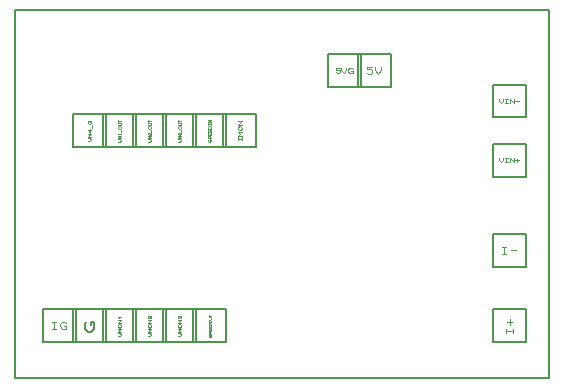
<source format=gbr>
G04 PROTEUS RS274X GERBER FILE*
%FSLAX45Y45*%
%MOMM*%
G01*
%ADD14C,0.203200*%
%ADD34C,0.045720*%
%ADD35C,0.034290*%
%ADD36C,0.137160*%
%ADD37C,0.054860*%
%ADD38C,0.091440*%
%ADD39C,0.068580*%
%ADD40C,0.030480*%
D14*
X-1016000Y+5019040D02*
X+3512000Y+5019040D01*
X+3512000Y+8128000D01*
X-1016000Y+8128000D01*
X-1016000Y+5019040D01*
X-264160Y+5323840D02*
X+10160Y+5323840D01*
X+10160Y+5598160D01*
X-264160Y+5598160D01*
X-264160Y+5323840D01*
D34*
X-140716Y+5369560D02*
X-127000Y+5369560D01*
X-113284Y+5383276D01*
X-127000Y+5396992D01*
X-140716Y+5396992D01*
X-113284Y+5406136D02*
X-140716Y+5406136D01*
X-127000Y+5419852D01*
X-140716Y+5433568D01*
X-113284Y+5433568D01*
X-131572Y+5442712D02*
X-140716Y+5451856D01*
X-140716Y+5461000D01*
X-131572Y+5470144D01*
X-122428Y+5470144D01*
X-113284Y+5461000D01*
X-113284Y+5451856D01*
X-122428Y+5442712D01*
X-131572Y+5442712D01*
X-113284Y+5479288D02*
X-140716Y+5479288D01*
X-113284Y+5506720D01*
X-140716Y+5506720D01*
X-131572Y+5525008D02*
X-140716Y+5534152D01*
X-113284Y+5534152D01*
D14*
X-10160Y+5323840D02*
X+264160Y+5323840D01*
X+264160Y+5598160D01*
X-10160Y+5598160D01*
X-10160Y+5323840D01*
D34*
X+113284Y+5369560D02*
X+127000Y+5369560D01*
X+140716Y+5383276D01*
X+127000Y+5396992D01*
X+113284Y+5396992D01*
X+140716Y+5406136D02*
X+113284Y+5406136D01*
X+127000Y+5419852D01*
X+113284Y+5433568D01*
X+140716Y+5433568D01*
X+122428Y+5442712D02*
X+113284Y+5451856D01*
X+113284Y+5461000D01*
X+122428Y+5470144D01*
X+131572Y+5470144D01*
X+140716Y+5461000D01*
X+140716Y+5451856D01*
X+131572Y+5442712D01*
X+122428Y+5442712D01*
X+140716Y+5479288D02*
X+113284Y+5479288D01*
X+140716Y+5506720D01*
X+113284Y+5506720D01*
X+117856Y+5520436D02*
X+113284Y+5525008D01*
X+113284Y+5538724D01*
X+117856Y+5543296D01*
X+122428Y+5543296D01*
X+127000Y+5538724D01*
X+127000Y+5525008D01*
X+131572Y+5520436D01*
X+140716Y+5520436D01*
X+140716Y+5543296D01*
D14*
X+243840Y+5323840D02*
X+518160Y+5323840D01*
X+518160Y+5598160D01*
X+243840Y+5598160D01*
X+243840Y+5323840D01*
D34*
X+367284Y+5369560D02*
X+381000Y+5369560D01*
X+394716Y+5383276D01*
X+381000Y+5396992D01*
X+367284Y+5396992D01*
X+394716Y+5406136D02*
X+367284Y+5406136D01*
X+381000Y+5419852D01*
X+367284Y+5433568D01*
X+394716Y+5433568D01*
X+376428Y+5442712D02*
X+367284Y+5451856D01*
X+367284Y+5461000D01*
X+376428Y+5470144D01*
X+385572Y+5470144D01*
X+394716Y+5461000D01*
X+394716Y+5451856D01*
X+385572Y+5442712D01*
X+376428Y+5442712D01*
X+394716Y+5479288D02*
X+367284Y+5479288D01*
X+394716Y+5506720D01*
X+367284Y+5506720D01*
X+371856Y+5520436D02*
X+367284Y+5525008D01*
X+367284Y+5538724D01*
X+371856Y+5543296D01*
X+376428Y+5543296D01*
X+381000Y+5538724D01*
X+385572Y+5543296D01*
X+390144Y+5543296D01*
X+394716Y+5538724D01*
X+394716Y+5525008D01*
X+390144Y+5520436D01*
X+381000Y+5529580D02*
X+381000Y+5538724D01*
D14*
X+497840Y+6974840D02*
X+772160Y+6974840D01*
X+772160Y+7249160D01*
X+497840Y+7249160D01*
X+497840Y+6974840D01*
D35*
X+641858Y+7015988D02*
X+645287Y+7019417D01*
X+645287Y+7033133D01*
X+641858Y+7036562D01*
X+638429Y+7036562D01*
X+635000Y+7033133D01*
X+635000Y+7019417D01*
X+631571Y+7015988D01*
X+628142Y+7015988D01*
X+624713Y+7019417D01*
X+624713Y+7033133D01*
X+628142Y+7036562D01*
X+645287Y+7043420D02*
X+624713Y+7043420D01*
X+624713Y+7060565D01*
X+628142Y+7063994D01*
X+631571Y+7063994D01*
X+635000Y+7060565D01*
X+635000Y+7043420D01*
X+645287Y+7091426D02*
X+645287Y+7070852D01*
X+624713Y+7070852D01*
X+624713Y+7091426D01*
X+635000Y+7070852D02*
X+635000Y+7084568D01*
X+645287Y+7118858D02*
X+645287Y+7098284D01*
X+624713Y+7098284D01*
X+624713Y+7118858D01*
X+635000Y+7098284D02*
X+635000Y+7112000D01*
X+645287Y+7125716D02*
X+624713Y+7125716D01*
X+624713Y+7139432D01*
X+631571Y+7146290D01*
X+638429Y+7146290D01*
X+645287Y+7139432D01*
X+645287Y+7125716D01*
X+624713Y+7156577D02*
X+624713Y+7170293D01*
X+624713Y+7163435D02*
X+645287Y+7163435D01*
X+645287Y+7156577D02*
X+645287Y+7170293D01*
X+645287Y+7180580D02*
X+624713Y+7180580D01*
X+645287Y+7201154D01*
X+624713Y+7201154D01*
D14*
X-518160Y+5323840D02*
X-243840Y+5323840D01*
X-243840Y+5598160D01*
X-518160Y+5598160D01*
X-518160Y+5323840D01*
D36*
X-367284Y+5461000D02*
X-367284Y+5488432D01*
X-339852Y+5488432D01*
X-339852Y+5433568D01*
X-367284Y+5406136D01*
X-394716Y+5406136D01*
X-422148Y+5433568D01*
X-422148Y+5474716D01*
X-408432Y+5488432D01*
D14*
X+3037840Y+6720840D02*
X+3312160Y+6720840D01*
X+3312160Y+6995160D01*
X+3037840Y+6995160D01*
X+3037840Y+6720840D01*
D37*
X+3087218Y+6874459D02*
X+3087218Y+6858000D01*
X+3103677Y+6841540D01*
X+3120136Y+6858000D01*
X+3120136Y+6874459D01*
X+3136595Y+6874459D02*
X+3158540Y+6874459D01*
X+3147568Y+6874459D02*
X+3147568Y+6841540D01*
X+3136595Y+6841540D02*
X+3158540Y+6841540D01*
X+3175000Y+6841540D02*
X+3175000Y+6874459D01*
X+3207918Y+6841540D01*
X+3207918Y+6874459D01*
X+3218891Y+6858000D02*
X+3251809Y+6858000D01*
X+3235350Y+6868972D02*
X+3235350Y+6847027D01*
D14*
X+3037840Y+7220840D02*
X+3312160Y+7220840D01*
X+3312160Y+7495160D01*
X+3037840Y+7495160D01*
X+3037840Y+7220840D01*
D37*
X+3087218Y+7374459D02*
X+3087218Y+7358000D01*
X+3103677Y+7341540D01*
X+3120136Y+7358000D01*
X+3120136Y+7374459D01*
X+3136595Y+7374459D02*
X+3158540Y+7374459D01*
X+3147568Y+7374459D02*
X+3147568Y+7341540D01*
X+3136595Y+7341540D02*
X+3158540Y+7341540D01*
X+3175000Y+7341540D02*
X+3175000Y+7374459D01*
X+3207918Y+7341540D01*
X+3207918Y+7374459D01*
X+3224377Y+7358000D02*
X+3251809Y+7358000D01*
D14*
X+3037840Y+5958840D02*
X+3312160Y+5958840D01*
X+3312160Y+6233160D01*
X+3037840Y+6233160D01*
X+3037840Y+5958840D01*
D38*
X+3110992Y+6123432D02*
X+3147568Y+6123432D01*
X+3129280Y+6123432D02*
X+3129280Y+6068568D01*
X+3110992Y+6068568D02*
X+3147568Y+6068568D01*
X+3184144Y+6096000D02*
X+3229864Y+6096000D01*
D14*
X+3037840Y+5323840D02*
X+3312160Y+5323840D01*
X+3312160Y+5598160D01*
X+3037840Y+5598160D01*
X+3037840Y+5323840D01*
D38*
X+3147568Y+5396992D02*
X+3147568Y+5433568D01*
X+3147568Y+5415280D02*
X+3202432Y+5415280D01*
X+3202432Y+5396992D02*
X+3202432Y+5433568D01*
X+3175000Y+5461000D02*
X+3175000Y+5515864D01*
X+3156712Y+5488432D02*
X+3193288Y+5488432D01*
D14*
X+1894840Y+7482840D02*
X+2169160Y+7482840D01*
X+2169160Y+7757160D01*
X+1894840Y+7757160D01*
X+1894840Y+7482840D01*
D38*
X+2013712Y+7647432D02*
X+1967992Y+7647432D01*
X+1967992Y+7629144D01*
X+2004568Y+7629144D01*
X+2013712Y+7620000D01*
X+2013712Y+7601712D01*
X+2004568Y+7592568D01*
X+1977136Y+7592568D01*
X+1967992Y+7601712D01*
X+2032000Y+7647432D02*
X+2032000Y+7620000D01*
X+2059432Y+7592568D01*
X+2086864Y+7620000D01*
X+2086864Y+7647432D01*
D14*
X+1640840Y+7482840D02*
X+1915160Y+7482840D01*
X+1915160Y+7757160D01*
X+1640840Y+7757160D01*
X+1640840Y+7482840D01*
D39*
X+1736852Y+7640574D02*
X+1702562Y+7640574D01*
X+1702562Y+7626858D01*
X+1729994Y+7626858D01*
X+1736852Y+7620000D01*
X+1736852Y+7606284D01*
X+1729994Y+7599426D01*
X+1709420Y+7599426D01*
X+1702562Y+7606284D01*
X+1750568Y+7640574D02*
X+1750568Y+7620000D01*
X+1771142Y+7599426D01*
X+1791716Y+7620000D01*
X+1791716Y+7640574D01*
X+1832864Y+7613142D02*
X+1846580Y+7613142D01*
X+1846580Y+7599426D01*
X+1819148Y+7599426D01*
X+1805432Y+7613142D01*
X+1805432Y+7626858D01*
X+1819148Y+7640574D01*
X+1839722Y+7640574D01*
X+1846580Y+7633716D01*
D14*
X-264160Y+6974840D02*
X+10160Y+6974840D01*
X+10160Y+7249160D01*
X-264160Y+7249160D01*
X-264160Y+6974840D01*
D35*
X-137287Y+7015988D02*
X-127000Y+7015988D01*
X-116713Y+7026275D01*
X-127000Y+7036562D01*
X-137287Y+7036562D01*
X-116713Y+7043420D02*
X-137287Y+7043420D01*
X-127000Y+7053707D01*
X-137287Y+7063994D01*
X-116713Y+7063994D01*
X-130429Y+7077710D02*
X-137287Y+7084568D01*
X-116713Y+7084568D01*
X-113284Y+7098284D02*
X-113284Y+7118858D01*
X-130429Y+7125716D02*
X-137287Y+7132574D01*
X-137287Y+7139432D01*
X-130429Y+7146290D01*
X-123571Y+7146290D01*
X-116713Y+7139432D01*
X-116713Y+7132574D01*
X-123571Y+7125716D01*
X-130429Y+7125716D01*
X-137287Y+7153148D02*
X-120142Y+7153148D01*
X-116713Y+7156577D01*
X-116713Y+7170293D01*
X-120142Y+7173722D01*
X-137287Y+7173722D01*
X-137287Y+7180580D02*
X-137287Y+7201154D01*
X-137287Y+7190867D02*
X-116713Y+7190867D01*
D14*
X-10160Y+6974840D02*
X+264160Y+6974840D01*
X+264160Y+7249160D01*
X-10160Y+7249160D01*
X-10160Y+6974840D01*
D35*
X+116713Y+7015988D02*
X+127000Y+7015988D01*
X+137287Y+7026275D01*
X+127000Y+7036562D01*
X+116713Y+7036562D01*
X+137287Y+7043420D02*
X+116713Y+7043420D01*
X+127000Y+7053707D01*
X+116713Y+7063994D01*
X+137287Y+7063994D01*
X+120142Y+7074281D02*
X+116713Y+7077710D01*
X+116713Y+7087997D01*
X+120142Y+7091426D01*
X+123571Y+7091426D01*
X+127000Y+7087997D01*
X+127000Y+7077710D01*
X+130429Y+7074281D01*
X+137287Y+7074281D01*
X+137287Y+7091426D01*
X+140716Y+7098284D02*
X+140716Y+7118858D01*
X+123571Y+7125716D02*
X+116713Y+7132574D01*
X+116713Y+7139432D01*
X+123571Y+7146290D01*
X+130429Y+7146290D01*
X+137287Y+7139432D01*
X+137287Y+7132574D01*
X+130429Y+7125716D01*
X+123571Y+7125716D01*
X+116713Y+7153148D02*
X+133858Y+7153148D01*
X+137287Y+7156577D01*
X+137287Y+7170293D01*
X+133858Y+7173722D01*
X+116713Y+7173722D01*
X+116713Y+7180580D02*
X+116713Y+7201154D01*
X+116713Y+7190867D02*
X+137287Y+7190867D01*
D14*
X+243840Y+6974840D02*
X+518160Y+6974840D01*
X+518160Y+7249160D01*
X+243840Y+7249160D01*
X+243840Y+6974840D01*
D35*
X+370713Y+7015988D02*
X+381000Y+7015988D01*
X+391287Y+7026275D01*
X+381000Y+7036562D01*
X+370713Y+7036562D01*
X+391287Y+7043420D02*
X+370713Y+7043420D01*
X+381000Y+7053707D01*
X+370713Y+7063994D01*
X+391287Y+7063994D01*
X+374142Y+7074281D02*
X+370713Y+7077710D01*
X+370713Y+7087997D01*
X+374142Y+7091426D01*
X+377571Y+7091426D01*
X+381000Y+7087997D01*
X+384429Y+7091426D01*
X+387858Y+7091426D01*
X+391287Y+7087997D01*
X+391287Y+7077710D01*
X+387858Y+7074281D01*
X+381000Y+7081139D02*
X+381000Y+7087997D01*
X+394716Y+7098284D02*
X+394716Y+7118858D01*
X+377571Y+7125716D02*
X+370713Y+7132574D01*
X+370713Y+7139432D01*
X+377571Y+7146290D01*
X+384429Y+7146290D01*
X+391287Y+7139432D01*
X+391287Y+7132574D01*
X+384429Y+7125716D01*
X+377571Y+7125716D01*
X+370713Y+7153148D02*
X+387858Y+7153148D01*
X+391287Y+7156577D01*
X+391287Y+7170293D01*
X+387858Y+7173722D01*
X+370713Y+7173722D01*
X+370713Y+7180580D02*
X+370713Y+7201154D01*
X+370713Y+7190867D02*
X+391287Y+7190867D01*
D14*
X-518160Y+6974840D02*
X-243840Y+6974840D01*
X-243840Y+7249160D01*
X-518160Y+7249160D01*
X-518160Y+6974840D01*
D34*
X-394716Y+7020560D02*
X-381000Y+7020560D01*
X-367284Y+7034276D01*
X-381000Y+7047992D01*
X-394716Y+7047992D01*
X-367284Y+7057136D02*
X-394716Y+7057136D01*
X-381000Y+7070852D01*
X-394716Y+7084568D01*
X-367284Y+7084568D01*
X-376428Y+7121144D02*
X-376428Y+7093712D01*
X-394716Y+7112000D01*
X-367284Y+7112000D01*
X-362712Y+7130288D02*
X-362712Y+7157720D01*
X-376428Y+7185152D02*
X-376428Y+7194296D01*
X-367284Y+7194296D01*
X-367284Y+7176008D01*
X-376428Y+7166864D01*
X-385572Y+7166864D01*
X-394716Y+7176008D01*
X-394716Y+7189724D01*
X-390144Y+7194296D01*
D14*
X-772160Y+5323840D02*
X-497840Y+5323840D01*
X-497840Y+5598160D01*
X-772160Y+5598160D01*
X-772160Y+5323840D01*
D38*
X-699008Y+5488432D02*
X-662432Y+5488432D01*
X-680720Y+5488432D02*
X-680720Y+5433568D01*
X-699008Y+5433568D02*
X-662432Y+5433568D01*
X-598424Y+5451856D02*
X-580136Y+5451856D01*
X-580136Y+5433568D01*
X-616712Y+5433568D01*
X-635000Y+5451856D01*
X-635000Y+5470144D01*
X-616712Y+5488432D01*
X-589280Y+5488432D01*
X-580136Y+5479288D01*
D14*
X+751840Y+6974840D02*
X+1026160Y+6974840D01*
X+1026160Y+7249160D01*
X+751840Y+7249160D01*
X+751840Y+6974840D01*
D37*
X+872541Y+7029704D02*
X+872541Y+7051649D01*
X+872541Y+7040677D02*
X+905460Y+7040677D01*
X+905460Y+7029704D02*
X+905460Y+7051649D01*
X+905460Y+7068109D02*
X+872541Y+7068109D01*
X+889000Y+7084568D01*
X+872541Y+7101027D01*
X+905460Y+7101027D01*
X+883514Y+7112000D02*
X+872541Y+7122972D01*
X+872541Y+7133945D01*
X+883514Y+7144918D01*
X+894487Y+7144918D01*
X+905460Y+7133945D01*
X+905460Y+7122972D01*
X+894487Y+7112000D01*
X+883514Y+7112000D01*
X+905460Y+7155891D02*
X+872541Y+7155891D01*
X+905460Y+7188809D01*
X+872541Y+7188809D01*
D14*
X+497840Y+5323840D02*
X+772160Y+5323840D01*
X+772160Y+5598160D01*
X+497840Y+5598160D01*
X+497840Y+5323840D01*
D40*
X+641096Y+5363464D02*
X+644144Y+5366512D01*
X+644144Y+5378704D01*
X+641096Y+5381752D01*
X+638048Y+5381752D01*
X+635000Y+5378704D01*
X+635000Y+5366512D01*
X+631952Y+5363464D01*
X+628904Y+5363464D01*
X+625856Y+5366512D01*
X+625856Y+5378704D01*
X+628904Y+5381752D01*
X+644144Y+5387848D02*
X+625856Y+5387848D01*
X+625856Y+5403088D01*
X+628904Y+5406136D01*
X+631952Y+5406136D01*
X+635000Y+5403088D01*
X+635000Y+5387848D01*
X+644144Y+5430520D02*
X+644144Y+5412232D01*
X+625856Y+5412232D01*
X+625856Y+5430520D01*
X+635000Y+5412232D02*
X+635000Y+5424424D01*
X+644144Y+5454904D02*
X+644144Y+5436616D01*
X+625856Y+5436616D01*
X+625856Y+5454904D01*
X+635000Y+5436616D02*
X+635000Y+5448808D01*
X+644144Y+5461000D02*
X+625856Y+5461000D01*
X+625856Y+5473192D01*
X+631952Y+5479288D01*
X+638048Y+5479288D01*
X+644144Y+5473192D01*
X+644144Y+5461000D01*
X+631952Y+5485384D02*
X+625856Y+5491480D01*
X+625856Y+5497576D01*
X+631952Y+5503672D01*
X+638048Y+5503672D01*
X+644144Y+5497576D01*
X+644144Y+5491480D01*
X+638048Y+5485384D01*
X+631952Y+5485384D01*
X+625856Y+5509768D02*
X+641096Y+5509768D01*
X+644144Y+5512816D01*
X+644144Y+5525008D01*
X+641096Y+5528056D01*
X+625856Y+5528056D01*
X+625856Y+5534152D02*
X+625856Y+5552440D01*
X+625856Y+5543296D02*
X+644144Y+5543296D01*
M02*

</source>
